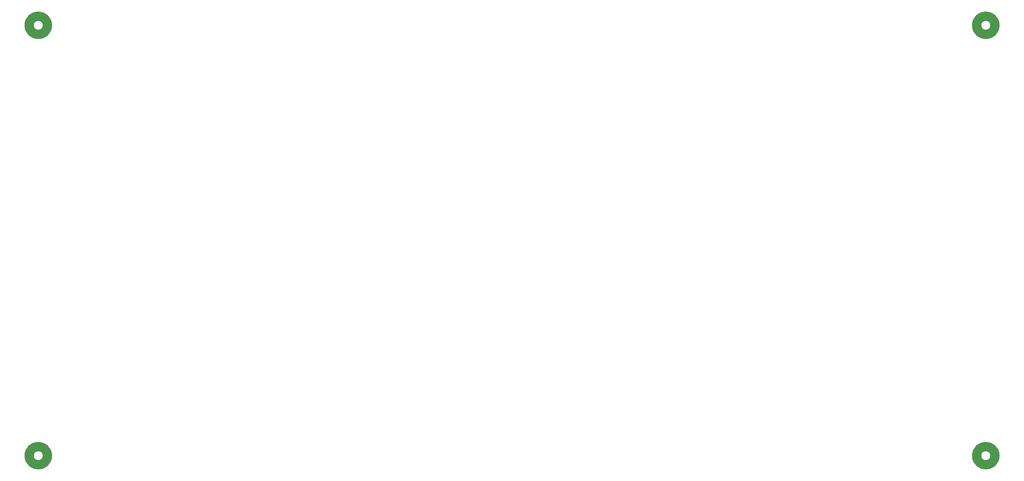
<source format=gko>
G04*
G04 #@! TF.GenerationSoftware,Altium Limited,Altium Designer,19.0.15 (446)*
G04*
G04 Layer_Color=16711935*
%FSLAX44Y44*%
%MOMM*%
G71*
G01*
G75*
%ADD128C,3.0000*%
D128*
X3128500Y1400000D02*
G03*
X3128500Y1400000I-28500J0D01*
G01*
X158500D02*
G03*
X158500Y1400000I-28500J0D01*
G01*
Y50000D02*
G03*
X158500Y50000I-28500J0D01*
G01*
X3128500D02*
G03*
X3128500Y50000I-28500J0D01*
G01*
M02*

</source>
